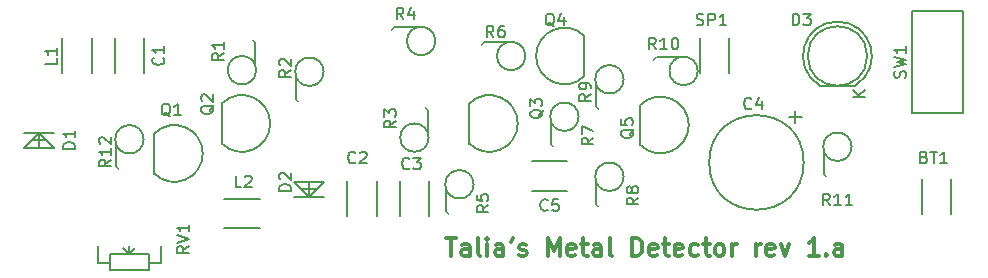
<source format=gto>
G04 #@! TF.FileFunction,Legend,Top*
%FSLAX46Y46*%
G04 Gerber Fmt 4.6, Leading zero omitted, Abs format (unit mm)*
G04 Created by KiCad (PCBNEW (2015-08-16 BZR 6097, Git b384c94)-product) date 11/15/2015 1:40:49 AM*
%MOMM*%
G01*
G04 APERTURE LIST*
%ADD10C,0.100000*%
%ADD11C,0.300000*%
%ADD12C,0.150000*%
G04 APERTURE END LIST*
D10*
D11*
X128395144Y-91634571D02*
X129252287Y-91634571D01*
X128823716Y-93134571D02*
X128823716Y-91634571D01*
X130395144Y-93134571D02*
X130395144Y-92348857D01*
X130323715Y-92206000D01*
X130180858Y-92134571D01*
X129895144Y-92134571D01*
X129752287Y-92206000D01*
X130395144Y-93063143D02*
X130252287Y-93134571D01*
X129895144Y-93134571D01*
X129752287Y-93063143D01*
X129680858Y-92920286D01*
X129680858Y-92777429D01*
X129752287Y-92634571D01*
X129895144Y-92563143D01*
X130252287Y-92563143D01*
X130395144Y-92491714D01*
X131323716Y-93134571D02*
X131180858Y-93063143D01*
X131109430Y-92920286D01*
X131109430Y-91634571D01*
X131895144Y-93134571D02*
X131895144Y-92134571D01*
X131895144Y-91634571D02*
X131823715Y-91706000D01*
X131895144Y-91777429D01*
X131966572Y-91706000D01*
X131895144Y-91634571D01*
X131895144Y-91777429D01*
X133252287Y-93134571D02*
X133252287Y-92348857D01*
X133180858Y-92206000D01*
X133038001Y-92134571D01*
X132752287Y-92134571D01*
X132609430Y-92206000D01*
X133252287Y-93063143D02*
X133109430Y-93134571D01*
X132752287Y-93134571D01*
X132609430Y-93063143D01*
X132538001Y-92920286D01*
X132538001Y-92777429D01*
X132609430Y-92634571D01*
X132752287Y-92563143D01*
X133109430Y-92563143D01*
X133252287Y-92491714D01*
X134038001Y-91634571D02*
X133895144Y-91920286D01*
X134609430Y-93063143D02*
X134752287Y-93134571D01*
X135038002Y-93134571D01*
X135180859Y-93063143D01*
X135252287Y-92920286D01*
X135252287Y-92848857D01*
X135180859Y-92706000D01*
X135038002Y-92634571D01*
X134823716Y-92634571D01*
X134680859Y-92563143D01*
X134609430Y-92420286D01*
X134609430Y-92348857D01*
X134680859Y-92206000D01*
X134823716Y-92134571D01*
X135038002Y-92134571D01*
X135180859Y-92206000D01*
X137038002Y-93134571D02*
X137038002Y-91634571D01*
X137538002Y-92706000D01*
X138038002Y-91634571D01*
X138038002Y-93134571D01*
X139323716Y-93063143D02*
X139180859Y-93134571D01*
X138895145Y-93134571D01*
X138752288Y-93063143D01*
X138680859Y-92920286D01*
X138680859Y-92348857D01*
X138752288Y-92206000D01*
X138895145Y-92134571D01*
X139180859Y-92134571D01*
X139323716Y-92206000D01*
X139395145Y-92348857D01*
X139395145Y-92491714D01*
X138680859Y-92634571D01*
X139823716Y-92134571D02*
X140395145Y-92134571D01*
X140038002Y-91634571D02*
X140038002Y-92920286D01*
X140109430Y-93063143D01*
X140252288Y-93134571D01*
X140395145Y-93134571D01*
X141538002Y-93134571D02*
X141538002Y-92348857D01*
X141466573Y-92206000D01*
X141323716Y-92134571D01*
X141038002Y-92134571D01*
X140895145Y-92206000D01*
X141538002Y-93063143D02*
X141395145Y-93134571D01*
X141038002Y-93134571D01*
X140895145Y-93063143D01*
X140823716Y-92920286D01*
X140823716Y-92777429D01*
X140895145Y-92634571D01*
X141038002Y-92563143D01*
X141395145Y-92563143D01*
X141538002Y-92491714D01*
X142466574Y-93134571D02*
X142323716Y-93063143D01*
X142252288Y-92920286D01*
X142252288Y-91634571D01*
X144180859Y-93134571D02*
X144180859Y-91634571D01*
X144538002Y-91634571D01*
X144752287Y-91706000D01*
X144895145Y-91848857D01*
X144966573Y-91991714D01*
X145038002Y-92277429D01*
X145038002Y-92491714D01*
X144966573Y-92777429D01*
X144895145Y-92920286D01*
X144752287Y-93063143D01*
X144538002Y-93134571D01*
X144180859Y-93134571D01*
X146252287Y-93063143D02*
X146109430Y-93134571D01*
X145823716Y-93134571D01*
X145680859Y-93063143D01*
X145609430Y-92920286D01*
X145609430Y-92348857D01*
X145680859Y-92206000D01*
X145823716Y-92134571D01*
X146109430Y-92134571D01*
X146252287Y-92206000D01*
X146323716Y-92348857D01*
X146323716Y-92491714D01*
X145609430Y-92634571D01*
X146752287Y-92134571D02*
X147323716Y-92134571D01*
X146966573Y-91634571D02*
X146966573Y-92920286D01*
X147038001Y-93063143D01*
X147180859Y-93134571D01*
X147323716Y-93134571D01*
X148395144Y-93063143D02*
X148252287Y-93134571D01*
X147966573Y-93134571D01*
X147823716Y-93063143D01*
X147752287Y-92920286D01*
X147752287Y-92348857D01*
X147823716Y-92206000D01*
X147966573Y-92134571D01*
X148252287Y-92134571D01*
X148395144Y-92206000D01*
X148466573Y-92348857D01*
X148466573Y-92491714D01*
X147752287Y-92634571D01*
X149752287Y-93063143D02*
X149609430Y-93134571D01*
X149323716Y-93134571D01*
X149180858Y-93063143D01*
X149109430Y-92991714D01*
X149038001Y-92848857D01*
X149038001Y-92420286D01*
X149109430Y-92277429D01*
X149180858Y-92206000D01*
X149323716Y-92134571D01*
X149609430Y-92134571D01*
X149752287Y-92206000D01*
X150180858Y-92134571D02*
X150752287Y-92134571D01*
X150395144Y-91634571D02*
X150395144Y-92920286D01*
X150466572Y-93063143D01*
X150609430Y-93134571D01*
X150752287Y-93134571D01*
X151466573Y-93134571D02*
X151323715Y-93063143D01*
X151252287Y-92991714D01*
X151180858Y-92848857D01*
X151180858Y-92420286D01*
X151252287Y-92277429D01*
X151323715Y-92206000D01*
X151466573Y-92134571D01*
X151680858Y-92134571D01*
X151823715Y-92206000D01*
X151895144Y-92277429D01*
X151966573Y-92420286D01*
X151966573Y-92848857D01*
X151895144Y-92991714D01*
X151823715Y-93063143D01*
X151680858Y-93134571D01*
X151466573Y-93134571D01*
X152609430Y-93134571D02*
X152609430Y-92134571D01*
X152609430Y-92420286D02*
X152680858Y-92277429D01*
X152752287Y-92206000D01*
X152895144Y-92134571D01*
X153038001Y-92134571D01*
X154680858Y-93134571D02*
X154680858Y-92134571D01*
X154680858Y-92420286D02*
X154752286Y-92277429D01*
X154823715Y-92206000D01*
X154966572Y-92134571D01*
X155109429Y-92134571D01*
X156180857Y-93063143D02*
X156038000Y-93134571D01*
X155752286Y-93134571D01*
X155609429Y-93063143D01*
X155538000Y-92920286D01*
X155538000Y-92348857D01*
X155609429Y-92206000D01*
X155752286Y-92134571D01*
X156038000Y-92134571D01*
X156180857Y-92206000D01*
X156252286Y-92348857D01*
X156252286Y-92491714D01*
X155538000Y-92634571D01*
X156752286Y-92134571D02*
X157109429Y-93134571D01*
X157466571Y-92134571D01*
X159966571Y-93134571D02*
X159109428Y-93134571D01*
X159538000Y-93134571D02*
X159538000Y-91634571D01*
X159395143Y-91848857D01*
X159252285Y-91991714D01*
X159109428Y-92063143D01*
X160609428Y-92991714D02*
X160680856Y-93063143D01*
X160609428Y-93134571D01*
X160537999Y-93063143D01*
X160609428Y-92991714D01*
X160609428Y-93134571D01*
X161966571Y-93134571D02*
X161966571Y-92348857D01*
X161895142Y-92206000D01*
X161752285Y-92134571D01*
X161466571Y-92134571D01*
X161323714Y-92206000D01*
X161966571Y-93063143D02*
X161823714Y-93134571D01*
X161466571Y-93134571D01*
X161323714Y-93063143D01*
X161252285Y-92920286D01*
X161252285Y-92777429D01*
X161323714Y-92634571D01*
X161466571Y-92563143D01*
X161823714Y-92563143D01*
X161966571Y-92491714D01*
D12*
X171176000Y-86618000D02*
X171176000Y-89618000D01*
X168676000Y-89618000D02*
X168676000Y-86618000D01*
X102850000Y-74680000D02*
X102850000Y-77680000D01*
X100350000Y-77680000D02*
X100350000Y-74680000D01*
X122535000Y-86745000D02*
X122535000Y-89745000D01*
X120035000Y-89745000D02*
X120035000Y-86745000D01*
X126980000Y-86745000D02*
X126980000Y-89745000D01*
X124480000Y-89745000D02*
X124480000Y-86745000D01*
X138680000Y-87610000D02*
X135680000Y-87610000D01*
X135680000Y-85110000D02*
X138680000Y-85110000D01*
X163068904Y-78684888D02*
G75*
G03X160044000Y-78700000I-1524904J2484888D01*
G01*
X163044000Y-78700000D02*
X160044000Y-78700000D01*
X164061936Y-76200000D02*
G75*
G03X164061936Y-76200000I-2517936J0D01*
G01*
X98405000Y-74680000D02*
X98405000Y-77680000D01*
X95905000Y-77680000D02*
X95905000Y-74680000D01*
X112645000Y-90785000D02*
X109645000Y-90785000D01*
X109645000Y-88285000D02*
X112645000Y-88285000D01*
X112268000Y-75107800D02*
X112268000Y-77063600D01*
X112268000Y-75082400D02*
G75*
G03X112064800Y-74879200I-203200J0D01*
G01*
X112325000Y-77400000D02*
G75*
G03X112325000Y-77400000I-1200000J0D01*
G01*
X115697000Y-79832200D02*
X115697000Y-77876400D01*
X115697000Y-79857600D02*
G75*
G03X115900200Y-80060800I203200J0D01*
G01*
X118040000Y-77540000D02*
G75*
G03X118040000Y-77540000I-1200000J0D01*
G01*
X126873000Y-80822800D02*
X126873000Y-82778600D01*
X126873000Y-80797400D02*
G75*
G03X126669800Y-80594200I-203200J0D01*
G01*
X126930000Y-83115000D02*
G75*
G03X126930000Y-83115000I-1200000J0D01*
G01*
X124002800Y-73787000D02*
X125958600Y-73787000D01*
X123977400Y-73787000D02*
G75*
G03X123774200Y-73990200I0J-203200D01*
G01*
X127495000Y-74930000D02*
G75*
G03X127495000Y-74930000I-1200000J0D01*
G01*
X128397000Y-89357200D02*
X128397000Y-87401400D01*
X128397000Y-89382600D02*
G75*
G03X128600200Y-89585800I203200J0D01*
G01*
X130740000Y-87065000D02*
G75*
G03X130740000Y-87065000I-1200000J0D01*
G01*
X131622800Y-75057000D02*
X133578600Y-75057000D01*
X131597400Y-75057000D02*
G75*
G03X131394200Y-75260200I0J-203200D01*
G01*
X135115000Y-76200000D02*
G75*
G03X135115000Y-76200000I-1200000J0D01*
G01*
X137287000Y-83642200D02*
X137287000Y-81686400D01*
X137287000Y-83667600D02*
G75*
G03X137490200Y-83870800I203200J0D01*
G01*
X139630000Y-81350000D02*
G75*
G03X139630000Y-81350000I-1200000J0D01*
G01*
X141097000Y-88722200D02*
X141097000Y-86766400D01*
X141097000Y-88747600D02*
G75*
G03X141300200Y-88950800I203200J0D01*
G01*
X143440000Y-86430000D02*
G75*
G03X143440000Y-86430000I-1200000J0D01*
G01*
X141097000Y-80467200D02*
X141097000Y-78511400D01*
X141097000Y-80492600D02*
G75*
G03X141300200Y-80695800I203200J0D01*
G01*
X143440000Y-78175000D02*
G75*
G03X143440000Y-78175000I-1200000J0D01*
G01*
X160401000Y-86182200D02*
X160401000Y-84226400D01*
X160401000Y-86207600D02*
G75*
G03X160604200Y-86410800I203200J0D01*
G01*
X162744000Y-83890000D02*
G75*
G03X162744000Y-83890000I-1200000J0D01*
G01*
X100457000Y-85547200D02*
X100457000Y-83591400D01*
X100457000Y-85572600D02*
G75*
G03X100660200Y-85775800I203200J0D01*
G01*
X102800000Y-83255000D02*
G75*
G03X102800000Y-83255000I-1200000J0D01*
G01*
X99949000Y-93726000D02*
X98933000Y-93726000D01*
X98933000Y-93726000D02*
X98933000Y-92329000D01*
X103251000Y-93726000D02*
X104267000Y-93726000D01*
X104267000Y-93726000D02*
X104267000Y-92329000D01*
X101600000Y-92964000D02*
X101600000Y-92329000D01*
X101600000Y-92964000D02*
X101092000Y-92456000D01*
X101600000Y-92964000D02*
X102108000Y-92456000D01*
X103251000Y-92964000D02*
X103251000Y-94361000D01*
X103251000Y-94361000D02*
X99949000Y-94361000D01*
X99949000Y-94361000D02*
X99949000Y-92964000D01*
X99949000Y-92964000D02*
X103251000Y-92964000D01*
X152380000Y-74680000D02*
X152380000Y-77680000D01*
X149880000Y-77680000D02*
X149880000Y-74680000D01*
X167894000Y-72390000D02*
X172212000Y-72390000D01*
X167894000Y-72390000D02*
X167894000Y-81026000D01*
X167894000Y-81026000D02*
X172212000Y-81026000D01*
X172212000Y-81026000D02*
X172212000Y-72390000D01*
X103710000Y-82755000D02*
X103710000Y-86155000D01*
X103712944Y-82757944D02*
G75*
G02X107810000Y-84455000I1697056J-1697056D01*
G01*
X103712944Y-86152056D02*
G75*
G03X107810000Y-84455000I1697056J1697056D01*
G01*
X109425000Y-80215000D02*
X109425000Y-83615000D01*
X109427944Y-80217944D02*
G75*
G02X113525000Y-81915000I1697056J-1697056D01*
G01*
X109427944Y-83612056D02*
G75*
G03X113525000Y-81915000I1697056J1697056D01*
G01*
X130380000Y-80215000D02*
X130380000Y-83615000D01*
X130382944Y-80217944D02*
G75*
G02X134480000Y-81915000I1697056J-1697056D01*
G01*
X130382944Y-83612056D02*
G75*
G03X134480000Y-81915000I1697056J1697056D01*
G01*
X140130000Y-77900000D02*
X140130000Y-74500000D01*
X140127056Y-77897056D02*
G75*
G02X136030000Y-76200000I-1697056J1697056D01*
G01*
X140127056Y-74502944D02*
G75*
G03X136030000Y-76200000I-1697056J-1697056D01*
G01*
X144858000Y-80342000D02*
X144858000Y-83742000D01*
X144860944Y-80344944D02*
G75*
G02X148958000Y-82042000I1697056J-1697056D01*
G01*
X144860944Y-83739056D02*
G75*
G03X148958000Y-82042000I1697056J1697056D01*
G01*
X93980000Y-82705000D02*
X93980000Y-83975000D01*
X94615000Y-83340000D02*
X93345000Y-83340000D01*
X93980000Y-82705000D02*
X95250000Y-83975000D01*
X95250000Y-83975000D02*
X92710000Y-83975000D01*
X92710000Y-83975000D02*
X93980000Y-82705000D01*
X95250000Y-82705000D02*
X92710000Y-82705000D01*
X116840000Y-88110000D02*
X116840000Y-86840000D01*
X116205000Y-87475000D02*
X117475000Y-87475000D01*
X116840000Y-88110000D02*
X115570000Y-86840000D01*
X115570000Y-86840000D02*
X118110000Y-86840000D01*
X118110000Y-86840000D02*
X116840000Y-88110000D01*
X115570000Y-88110000D02*
X118110000Y-88110000D01*
X157980380Y-80876140D02*
X157980380Y-81902300D01*
X158531560Y-81401920D02*
X157480000Y-81401920D01*
X158686500Y-85217000D02*
G75*
G03X158686500Y-85217000I-4000500J0D01*
G01*
X146227800Y-76327000D02*
X148183600Y-76327000D01*
X146202400Y-76327000D02*
G75*
G03X145999200Y-76530200I0J-203200D01*
G01*
X149720000Y-77470000D02*
G75*
G03X149720000Y-77470000I-1200000J0D01*
G01*
X168886286Y-84764571D02*
X169029143Y-84812190D01*
X169076762Y-84859810D01*
X169124381Y-84955048D01*
X169124381Y-85097905D01*
X169076762Y-85193143D01*
X169029143Y-85240762D01*
X168933905Y-85288381D01*
X168552952Y-85288381D01*
X168552952Y-84288381D01*
X168886286Y-84288381D01*
X168981524Y-84336000D01*
X169029143Y-84383619D01*
X169076762Y-84478857D01*
X169076762Y-84574095D01*
X169029143Y-84669333D01*
X168981524Y-84716952D01*
X168886286Y-84764571D01*
X168552952Y-84764571D01*
X169410095Y-84288381D02*
X169981524Y-84288381D01*
X169695809Y-85288381D02*
X169695809Y-84288381D01*
X170838667Y-85288381D02*
X170267238Y-85288381D01*
X170552952Y-85288381D02*
X170552952Y-84288381D01*
X170457714Y-84431238D01*
X170362476Y-84526476D01*
X170267238Y-84574095D01*
X104457143Y-76346666D02*
X104504762Y-76394285D01*
X104552381Y-76537142D01*
X104552381Y-76632380D01*
X104504762Y-76775238D01*
X104409524Y-76870476D01*
X104314286Y-76918095D01*
X104123810Y-76965714D01*
X103980952Y-76965714D01*
X103790476Y-76918095D01*
X103695238Y-76870476D01*
X103600000Y-76775238D01*
X103552381Y-76632380D01*
X103552381Y-76537142D01*
X103600000Y-76394285D01*
X103647619Y-76346666D01*
X104552381Y-75394285D02*
X104552381Y-75965714D01*
X104552381Y-75680000D02*
X103552381Y-75680000D01*
X103695238Y-75775238D01*
X103790476Y-75870476D01*
X103838095Y-75965714D01*
X120737334Y-85193143D02*
X120689715Y-85240762D01*
X120546858Y-85288381D01*
X120451620Y-85288381D01*
X120308762Y-85240762D01*
X120213524Y-85145524D01*
X120165905Y-85050286D01*
X120118286Y-84859810D01*
X120118286Y-84716952D01*
X120165905Y-84526476D01*
X120213524Y-84431238D01*
X120308762Y-84336000D01*
X120451620Y-84288381D01*
X120546858Y-84288381D01*
X120689715Y-84336000D01*
X120737334Y-84383619D01*
X121118286Y-84383619D02*
X121165905Y-84336000D01*
X121261143Y-84288381D01*
X121499239Y-84288381D01*
X121594477Y-84336000D01*
X121642096Y-84383619D01*
X121689715Y-84478857D01*
X121689715Y-84574095D01*
X121642096Y-84716952D01*
X121070667Y-85288381D01*
X121689715Y-85288381D01*
X125309334Y-85701143D02*
X125261715Y-85748762D01*
X125118858Y-85796381D01*
X125023620Y-85796381D01*
X124880762Y-85748762D01*
X124785524Y-85653524D01*
X124737905Y-85558286D01*
X124690286Y-85367810D01*
X124690286Y-85224952D01*
X124737905Y-85034476D01*
X124785524Y-84939238D01*
X124880762Y-84844000D01*
X125023620Y-84796381D01*
X125118858Y-84796381D01*
X125261715Y-84844000D01*
X125309334Y-84891619D01*
X125642667Y-84796381D02*
X126261715Y-84796381D01*
X125928381Y-85177333D01*
X126071239Y-85177333D01*
X126166477Y-85224952D01*
X126214096Y-85272571D01*
X126261715Y-85367810D01*
X126261715Y-85605905D01*
X126214096Y-85701143D01*
X126166477Y-85748762D01*
X126071239Y-85796381D01*
X125785524Y-85796381D01*
X125690286Y-85748762D01*
X125642667Y-85701143D01*
X137013334Y-89217143D02*
X136965715Y-89264762D01*
X136822858Y-89312381D01*
X136727620Y-89312381D01*
X136584762Y-89264762D01*
X136489524Y-89169524D01*
X136441905Y-89074286D01*
X136394286Y-88883810D01*
X136394286Y-88740952D01*
X136441905Y-88550476D01*
X136489524Y-88455238D01*
X136584762Y-88360000D01*
X136727620Y-88312381D01*
X136822858Y-88312381D01*
X136965715Y-88360000D01*
X137013334Y-88407619D01*
X137918096Y-88312381D02*
X137441905Y-88312381D01*
X137394286Y-88788571D01*
X137441905Y-88740952D01*
X137537143Y-88693333D01*
X137775239Y-88693333D01*
X137870477Y-88740952D01*
X137918096Y-88788571D01*
X137965715Y-88883810D01*
X137965715Y-89121905D01*
X137918096Y-89217143D01*
X137870477Y-89264762D01*
X137775239Y-89312381D01*
X137537143Y-89312381D01*
X137441905Y-89264762D01*
X137394286Y-89217143D01*
X157757905Y-73604381D02*
X157757905Y-72604381D01*
X157996000Y-72604381D01*
X158138858Y-72652000D01*
X158234096Y-72747238D01*
X158281715Y-72842476D01*
X158329334Y-73032952D01*
X158329334Y-73175810D01*
X158281715Y-73366286D01*
X158234096Y-73461524D01*
X158138858Y-73556762D01*
X157996000Y-73604381D01*
X157757905Y-73604381D01*
X158662667Y-72604381D02*
X159281715Y-72604381D01*
X158948381Y-72985333D01*
X159091239Y-72985333D01*
X159186477Y-73032952D01*
X159234096Y-73080571D01*
X159281715Y-73175810D01*
X159281715Y-73413905D01*
X159234096Y-73509143D01*
X159186477Y-73556762D01*
X159091239Y-73604381D01*
X158805524Y-73604381D01*
X158710286Y-73556762D01*
X158662667Y-73509143D01*
X163901381Y-79636905D02*
X162901381Y-79636905D01*
X163901381Y-79065476D02*
X163329952Y-79494048D01*
X162901381Y-79065476D02*
X163472810Y-79636905D01*
X95448381Y-76366666D02*
X95448381Y-76842857D01*
X94448381Y-76842857D01*
X95448381Y-75509523D02*
X95448381Y-76080952D01*
X95448381Y-75795238D02*
X94448381Y-75795238D01*
X94591238Y-75890476D01*
X94686476Y-75985714D01*
X94734095Y-76080952D01*
X111085334Y-87320381D02*
X110609143Y-87320381D01*
X110609143Y-86320381D01*
X111371048Y-86415619D02*
X111418667Y-86368000D01*
X111513905Y-86320381D01*
X111752001Y-86320381D01*
X111847239Y-86368000D01*
X111894858Y-86415619D01*
X111942477Y-86510857D01*
X111942477Y-86606095D01*
X111894858Y-86748952D01*
X111323429Y-87320381D01*
X111942477Y-87320381D01*
X109570781Y-75960266D02*
X109094590Y-76293600D01*
X109570781Y-76531695D02*
X108570781Y-76531695D01*
X108570781Y-76150742D01*
X108618400Y-76055504D01*
X108666019Y-76007885D01*
X108761257Y-75960266D01*
X108904114Y-75960266D01*
X108999352Y-76007885D01*
X109046971Y-76055504D01*
X109094590Y-76150742D01*
X109094590Y-76531695D01*
X109570781Y-75007885D02*
X109570781Y-75579314D01*
X109570781Y-75293600D02*
X108570781Y-75293600D01*
X108713638Y-75388838D01*
X108808876Y-75484076D01*
X108856495Y-75579314D01*
X115260381Y-77382666D02*
X114784190Y-77716000D01*
X115260381Y-77954095D02*
X114260381Y-77954095D01*
X114260381Y-77573142D01*
X114308000Y-77477904D01*
X114355619Y-77430285D01*
X114450857Y-77382666D01*
X114593714Y-77382666D01*
X114688952Y-77430285D01*
X114736571Y-77477904D01*
X114784190Y-77573142D01*
X114784190Y-77954095D01*
X114355619Y-77001714D02*
X114308000Y-76954095D01*
X114260381Y-76858857D01*
X114260381Y-76620761D01*
X114308000Y-76525523D01*
X114355619Y-76477904D01*
X114450857Y-76430285D01*
X114546095Y-76430285D01*
X114688952Y-76477904D01*
X115260381Y-77049333D01*
X115260381Y-76430285D01*
X124175781Y-81675266D02*
X123699590Y-82008600D01*
X124175781Y-82246695D02*
X123175781Y-82246695D01*
X123175781Y-81865742D01*
X123223400Y-81770504D01*
X123271019Y-81722885D01*
X123366257Y-81675266D01*
X123509114Y-81675266D01*
X123604352Y-81722885D01*
X123651971Y-81770504D01*
X123699590Y-81865742D01*
X123699590Y-82246695D01*
X123175781Y-81341933D02*
X123175781Y-80722885D01*
X123556733Y-81056219D01*
X123556733Y-80913361D01*
X123604352Y-80818123D01*
X123651971Y-80770504D01*
X123747210Y-80722885D01*
X123985305Y-80722885D01*
X124080543Y-80770504D01*
X124128162Y-80818123D01*
X124175781Y-80913361D01*
X124175781Y-81199076D01*
X124128162Y-81294314D01*
X124080543Y-81341933D01*
X124801334Y-73096381D02*
X124468000Y-72620190D01*
X124229905Y-73096381D02*
X124229905Y-72096381D01*
X124610858Y-72096381D01*
X124706096Y-72144000D01*
X124753715Y-72191619D01*
X124801334Y-72286857D01*
X124801334Y-72429714D01*
X124753715Y-72524952D01*
X124706096Y-72572571D01*
X124610858Y-72620190D01*
X124229905Y-72620190D01*
X125658477Y-72429714D02*
X125658477Y-73096381D01*
X125420381Y-72048762D02*
X125182286Y-72763048D01*
X125801334Y-72763048D01*
X131998981Y-88838066D02*
X131522790Y-89171400D01*
X131998981Y-89409495D02*
X130998981Y-89409495D01*
X130998981Y-89028542D01*
X131046600Y-88933304D01*
X131094219Y-88885685D01*
X131189457Y-88838066D01*
X131332314Y-88838066D01*
X131427552Y-88885685D01*
X131475171Y-88933304D01*
X131522790Y-89028542D01*
X131522790Y-89409495D01*
X130998981Y-87933304D02*
X130998981Y-88409495D01*
X131475171Y-88457114D01*
X131427552Y-88409495D01*
X131379933Y-88314257D01*
X131379933Y-88076161D01*
X131427552Y-87980923D01*
X131475171Y-87933304D01*
X131570410Y-87885685D01*
X131808505Y-87885685D01*
X131903743Y-87933304D01*
X131951362Y-87980923D01*
X131998981Y-88076161D01*
X131998981Y-88314257D01*
X131951362Y-88409495D01*
X131903743Y-88457114D01*
X132421334Y-74620381D02*
X132088000Y-74144190D01*
X131849905Y-74620381D02*
X131849905Y-73620381D01*
X132230858Y-73620381D01*
X132326096Y-73668000D01*
X132373715Y-73715619D01*
X132421334Y-73810857D01*
X132421334Y-73953714D01*
X132373715Y-74048952D01*
X132326096Y-74096571D01*
X132230858Y-74144190D01*
X131849905Y-74144190D01*
X133278477Y-73620381D02*
X133088000Y-73620381D01*
X132992762Y-73668000D01*
X132945143Y-73715619D01*
X132849905Y-73858476D01*
X132802286Y-74048952D01*
X132802286Y-74429905D01*
X132849905Y-74525143D01*
X132897524Y-74572762D01*
X132992762Y-74620381D01*
X133183239Y-74620381D01*
X133278477Y-74572762D01*
X133326096Y-74525143D01*
X133373715Y-74429905D01*
X133373715Y-74191810D01*
X133326096Y-74096571D01*
X133278477Y-74048952D01*
X133183239Y-74001333D01*
X132992762Y-74001333D01*
X132897524Y-74048952D01*
X132849905Y-74096571D01*
X132802286Y-74191810D01*
X140888981Y-83123066D02*
X140412790Y-83456400D01*
X140888981Y-83694495D02*
X139888981Y-83694495D01*
X139888981Y-83313542D01*
X139936600Y-83218304D01*
X139984219Y-83170685D01*
X140079457Y-83123066D01*
X140222314Y-83123066D01*
X140317552Y-83170685D01*
X140365171Y-83218304D01*
X140412790Y-83313542D01*
X140412790Y-83694495D01*
X139888981Y-82789733D02*
X139888981Y-82123066D01*
X140888981Y-82551638D01*
X144698981Y-88203066D02*
X144222790Y-88536400D01*
X144698981Y-88774495D02*
X143698981Y-88774495D01*
X143698981Y-88393542D01*
X143746600Y-88298304D01*
X143794219Y-88250685D01*
X143889457Y-88203066D01*
X144032314Y-88203066D01*
X144127552Y-88250685D01*
X144175171Y-88298304D01*
X144222790Y-88393542D01*
X144222790Y-88774495D01*
X144127552Y-87631638D02*
X144079933Y-87726876D01*
X144032314Y-87774495D01*
X143937076Y-87822114D01*
X143889457Y-87822114D01*
X143794219Y-87774495D01*
X143746600Y-87726876D01*
X143698981Y-87631638D01*
X143698981Y-87441161D01*
X143746600Y-87345923D01*
X143794219Y-87298304D01*
X143889457Y-87250685D01*
X143937076Y-87250685D01*
X144032314Y-87298304D01*
X144079933Y-87345923D01*
X144127552Y-87441161D01*
X144127552Y-87631638D01*
X144175171Y-87726876D01*
X144222790Y-87774495D01*
X144318029Y-87822114D01*
X144508505Y-87822114D01*
X144603743Y-87774495D01*
X144651362Y-87726876D01*
X144698981Y-87631638D01*
X144698981Y-87441161D01*
X144651362Y-87345923D01*
X144603743Y-87298304D01*
X144508505Y-87250685D01*
X144318029Y-87250685D01*
X144222790Y-87298304D01*
X144175171Y-87345923D01*
X144127552Y-87441161D01*
X140660381Y-79414666D02*
X140184190Y-79748000D01*
X140660381Y-79986095D02*
X139660381Y-79986095D01*
X139660381Y-79605142D01*
X139708000Y-79509904D01*
X139755619Y-79462285D01*
X139850857Y-79414666D01*
X139993714Y-79414666D01*
X140088952Y-79462285D01*
X140136571Y-79509904D01*
X140184190Y-79605142D01*
X140184190Y-79986095D01*
X140660381Y-78938476D02*
X140660381Y-78748000D01*
X140612762Y-78652761D01*
X140565143Y-78605142D01*
X140422286Y-78509904D01*
X140231810Y-78462285D01*
X139850857Y-78462285D01*
X139755619Y-78509904D01*
X139708000Y-78557523D01*
X139660381Y-78652761D01*
X139660381Y-78843238D01*
X139708000Y-78938476D01*
X139755619Y-78986095D01*
X139850857Y-79033714D01*
X140088952Y-79033714D01*
X140184190Y-78986095D01*
X140231810Y-78938476D01*
X140279429Y-78843238D01*
X140279429Y-78652761D01*
X140231810Y-78557523D01*
X140184190Y-78509904D01*
X140088952Y-78462285D01*
X160901143Y-88844381D02*
X160567809Y-88368190D01*
X160329714Y-88844381D02*
X160329714Y-87844381D01*
X160710667Y-87844381D01*
X160805905Y-87892000D01*
X160853524Y-87939619D01*
X160901143Y-88034857D01*
X160901143Y-88177714D01*
X160853524Y-88272952D01*
X160805905Y-88320571D01*
X160710667Y-88368190D01*
X160329714Y-88368190D01*
X161853524Y-88844381D02*
X161282095Y-88844381D01*
X161567809Y-88844381D02*
X161567809Y-87844381D01*
X161472571Y-87987238D01*
X161377333Y-88082476D01*
X161282095Y-88130095D01*
X162805905Y-88844381D02*
X162234476Y-88844381D01*
X162520190Y-88844381D02*
X162520190Y-87844381D01*
X162424952Y-87987238D01*
X162329714Y-88082476D01*
X162234476Y-88130095D01*
X100020381Y-84970857D02*
X99544190Y-85304191D01*
X100020381Y-85542286D02*
X99020381Y-85542286D01*
X99020381Y-85161333D01*
X99068000Y-85066095D01*
X99115619Y-85018476D01*
X99210857Y-84970857D01*
X99353714Y-84970857D01*
X99448952Y-85018476D01*
X99496571Y-85066095D01*
X99544190Y-85161333D01*
X99544190Y-85542286D01*
X100020381Y-84018476D02*
X100020381Y-84589905D01*
X100020381Y-84304191D02*
X99020381Y-84304191D01*
X99163238Y-84399429D01*
X99258476Y-84494667D01*
X99306095Y-84589905D01*
X99115619Y-83637524D02*
X99068000Y-83589905D01*
X99020381Y-83494667D01*
X99020381Y-83256571D01*
X99068000Y-83161333D01*
X99115619Y-83113714D01*
X99210857Y-83066095D01*
X99306095Y-83066095D01*
X99448952Y-83113714D01*
X100020381Y-83685143D01*
X100020381Y-83066095D01*
X106624381Y-92289238D02*
X106148190Y-92622572D01*
X106624381Y-92860667D02*
X105624381Y-92860667D01*
X105624381Y-92479714D01*
X105672000Y-92384476D01*
X105719619Y-92336857D01*
X105814857Y-92289238D01*
X105957714Y-92289238D01*
X106052952Y-92336857D01*
X106100571Y-92384476D01*
X106148190Y-92479714D01*
X106148190Y-92860667D01*
X105624381Y-92003524D02*
X106624381Y-91670191D01*
X105624381Y-91336857D01*
X106624381Y-90479714D02*
X106624381Y-91051143D01*
X106624381Y-90765429D02*
X105624381Y-90765429D01*
X105767238Y-90860667D01*
X105862476Y-90955905D01*
X105910095Y-91051143D01*
X149614095Y-73556762D02*
X149756952Y-73604381D01*
X149995048Y-73604381D01*
X150090286Y-73556762D01*
X150137905Y-73509143D01*
X150185524Y-73413905D01*
X150185524Y-73318667D01*
X150137905Y-73223429D01*
X150090286Y-73175810D01*
X149995048Y-73128190D01*
X149804571Y-73080571D01*
X149709333Y-73032952D01*
X149661714Y-72985333D01*
X149614095Y-72890095D01*
X149614095Y-72794857D01*
X149661714Y-72699619D01*
X149709333Y-72652000D01*
X149804571Y-72604381D01*
X150042667Y-72604381D01*
X150185524Y-72652000D01*
X150614095Y-73604381D02*
X150614095Y-72604381D01*
X150995048Y-72604381D01*
X151090286Y-72652000D01*
X151137905Y-72699619D01*
X151185524Y-72794857D01*
X151185524Y-72937714D01*
X151137905Y-73032952D01*
X151090286Y-73080571D01*
X150995048Y-73128190D01*
X150614095Y-73128190D01*
X152137905Y-73604381D02*
X151566476Y-73604381D01*
X151852190Y-73604381D02*
X151852190Y-72604381D01*
X151756952Y-72747238D01*
X151661714Y-72842476D01*
X151566476Y-72890095D01*
X167282762Y-78041333D02*
X167330381Y-77898476D01*
X167330381Y-77660380D01*
X167282762Y-77565142D01*
X167235143Y-77517523D01*
X167139905Y-77469904D01*
X167044667Y-77469904D01*
X166949429Y-77517523D01*
X166901810Y-77565142D01*
X166854190Y-77660380D01*
X166806571Y-77850857D01*
X166758952Y-77946095D01*
X166711333Y-77993714D01*
X166616095Y-78041333D01*
X166520857Y-78041333D01*
X166425619Y-77993714D01*
X166378000Y-77946095D01*
X166330381Y-77850857D01*
X166330381Y-77612761D01*
X166378000Y-77469904D01*
X166330381Y-77136571D02*
X167330381Y-76898476D01*
X166616095Y-76707999D01*
X167330381Y-76517523D01*
X166330381Y-76279428D01*
X167330381Y-75374666D02*
X167330381Y-75946095D01*
X167330381Y-75660381D02*
X166330381Y-75660381D01*
X166473238Y-75755619D01*
X166568476Y-75850857D01*
X166616095Y-75946095D01*
X105060762Y-81319619D02*
X104965524Y-81272000D01*
X104870286Y-81176762D01*
X104727429Y-81033905D01*
X104632190Y-80986286D01*
X104536952Y-80986286D01*
X104584571Y-81224381D02*
X104489333Y-81176762D01*
X104394095Y-81081524D01*
X104346476Y-80891048D01*
X104346476Y-80557714D01*
X104394095Y-80367238D01*
X104489333Y-80272000D01*
X104584571Y-80224381D01*
X104775048Y-80224381D01*
X104870286Y-80272000D01*
X104965524Y-80367238D01*
X105013143Y-80557714D01*
X105013143Y-80891048D01*
X104965524Y-81081524D01*
X104870286Y-81176762D01*
X104775048Y-81224381D01*
X104584571Y-81224381D01*
X105965524Y-81224381D02*
X105394095Y-81224381D01*
X105679809Y-81224381D02*
X105679809Y-80224381D01*
X105584571Y-80367238D01*
X105489333Y-80462476D01*
X105394095Y-80510095D01*
X108751619Y-80359238D02*
X108704000Y-80454476D01*
X108608762Y-80549714D01*
X108465905Y-80692571D01*
X108418286Y-80787810D01*
X108418286Y-80883048D01*
X108656381Y-80835429D02*
X108608762Y-80930667D01*
X108513524Y-81025905D01*
X108323048Y-81073524D01*
X107989714Y-81073524D01*
X107799238Y-81025905D01*
X107704000Y-80930667D01*
X107656381Y-80835429D01*
X107656381Y-80644952D01*
X107704000Y-80549714D01*
X107799238Y-80454476D01*
X107989714Y-80406857D01*
X108323048Y-80406857D01*
X108513524Y-80454476D01*
X108608762Y-80549714D01*
X108656381Y-80644952D01*
X108656381Y-80835429D01*
X107751619Y-80025905D02*
X107704000Y-79978286D01*
X107656381Y-79883048D01*
X107656381Y-79644952D01*
X107704000Y-79549714D01*
X107751619Y-79502095D01*
X107846857Y-79454476D01*
X107942095Y-79454476D01*
X108084952Y-79502095D01*
X108656381Y-80073524D01*
X108656381Y-79454476D01*
X136627619Y-80740238D02*
X136580000Y-80835476D01*
X136484762Y-80930714D01*
X136341905Y-81073571D01*
X136294286Y-81168810D01*
X136294286Y-81264048D01*
X136532381Y-81216429D02*
X136484762Y-81311667D01*
X136389524Y-81406905D01*
X136199048Y-81454524D01*
X135865714Y-81454524D01*
X135675238Y-81406905D01*
X135580000Y-81311667D01*
X135532381Y-81216429D01*
X135532381Y-81025952D01*
X135580000Y-80930714D01*
X135675238Y-80835476D01*
X135865714Y-80787857D01*
X136199048Y-80787857D01*
X136389524Y-80835476D01*
X136484762Y-80930714D01*
X136532381Y-81025952D01*
X136532381Y-81216429D01*
X135532381Y-80454524D02*
X135532381Y-79835476D01*
X135913333Y-80168810D01*
X135913333Y-80025952D01*
X135960952Y-79930714D01*
X136008571Y-79883095D01*
X136103810Y-79835476D01*
X136341905Y-79835476D01*
X136437143Y-79883095D01*
X136484762Y-79930714D01*
X136532381Y-80025952D01*
X136532381Y-80311667D01*
X136484762Y-80406905D01*
X136437143Y-80454524D01*
X137572762Y-73699619D02*
X137477524Y-73652000D01*
X137382286Y-73556762D01*
X137239429Y-73413905D01*
X137144190Y-73366286D01*
X137048952Y-73366286D01*
X137096571Y-73604381D02*
X137001333Y-73556762D01*
X136906095Y-73461524D01*
X136858476Y-73271048D01*
X136858476Y-72937714D01*
X136906095Y-72747238D01*
X137001333Y-72652000D01*
X137096571Y-72604381D01*
X137287048Y-72604381D01*
X137382286Y-72652000D01*
X137477524Y-72747238D01*
X137525143Y-72937714D01*
X137525143Y-73271048D01*
X137477524Y-73461524D01*
X137382286Y-73556762D01*
X137287048Y-73604381D01*
X137096571Y-73604381D01*
X138382286Y-72937714D02*
X138382286Y-73604381D01*
X138144190Y-72556762D02*
X137906095Y-73271048D01*
X138525143Y-73271048D01*
X144311619Y-82391238D02*
X144264000Y-82486476D01*
X144168762Y-82581714D01*
X144025905Y-82724571D01*
X143978286Y-82819810D01*
X143978286Y-82915048D01*
X144216381Y-82867429D02*
X144168762Y-82962667D01*
X144073524Y-83057905D01*
X143883048Y-83105524D01*
X143549714Y-83105524D01*
X143359238Y-83057905D01*
X143264000Y-82962667D01*
X143216381Y-82867429D01*
X143216381Y-82676952D01*
X143264000Y-82581714D01*
X143359238Y-82486476D01*
X143549714Y-82438857D01*
X143883048Y-82438857D01*
X144073524Y-82486476D01*
X144168762Y-82581714D01*
X144216381Y-82676952D01*
X144216381Y-82867429D01*
X143216381Y-81534095D02*
X143216381Y-82010286D01*
X143692571Y-82057905D01*
X143644952Y-82010286D01*
X143597333Y-81915048D01*
X143597333Y-81676952D01*
X143644952Y-81581714D01*
X143692571Y-81534095D01*
X143787810Y-81486476D01*
X144025905Y-81486476D01*
X144121143Y-81534095D01*
X144168762Y-81581714D01*
X144216381Y-81676952D01*
X144216381Y-81915048D01*
X144168762Y-82010286D01*
X144121143Y-82057905D01*
X96972381Y-84050095D02*
X95972381Y-84050095D01*
X95972381Y-83812000D01*
X96020000Y-83669142D01*
X96115238Y-83573904D01*
X96210476Y-83526285D01*
X96400952Y-83478666D01*
X96543810Y-83478666D01*
X96734286Y-83526285D01*
X96829524Y-83573904D01*
X96924762Y-83669142D01*
X96972381Y-83812000D01*
X96972381Y-84050095D01*
X96972381Y-82526285D02*
X96972381Y-83097714D01*
X96972381Y-82812000D02*
X95972381Y-82812000D01*
X96115238Y-82907238D01*
X96210476Y-83002476D01*
X96258095Y-83097714D01*
X115260381Y-87606095D02*
X114260381Y-87606095D01*
X114260381Y-87368000D01*
X114308000Y-87225142D01*
X114403238Y-87129904D01*
X114498476Y-87082285D01*
X114688952Y-87034666D01*
X114831810Y-87034666D01*
X115022286Y-87082285D01*
X115117524Y-87129904D01*
X115212762Y-87225142D01*
X115260381Y-87368000D01*
X115260381Y-87606095D01*
X114355619Y-86653714D02*
X114308000Y-86606095D01*
X114260381Y-86510857D01*
X114260381Y-86272761D01*
X114308000Y-86177523D01*
X114355619Y-86129904D01*
X114450857Y-86082285D01*
X114546095Y-86082285D01*
X114688952Y-86129904D01*
X115260381Y-86701333D01*
X115260381Y-86082285D01*
X154265334Y-80621143D02*
X154217715Y-80668762D01*
X154074858Y-80716381D01*
X153979620Y-80716381D01*
X153836762Y-80668762D01*
X153741524Y-80573524D01*
X153693905Y-80478286D01*
X153646286Y-80287810D01*
X153646286Y-80144952D01*
X153693905Y-79954476D01*
X153741524Y-79859238D01*
X153836762Y-79764000D01*
X153979620Y-79716381D01*
X154074858Y-79716381D01*
X154217715Y-79764000D01*
X154265334Y-79811619D01*
X155122477Y-80049714D02*
X155122477Y-80716381D01*
X154884381Y-79668762D02*
X154646286Y-80383048D01*
X155265334Y-80383048D01*
X146169143Y-75636381D02*
X145835809Y-75160190D01*
X145597714Y-75636381D02*
X145597714Y-74636381D01*
X145978667Y-74636381D01*
X146073905Y-74684000D01*
X146121524Y-74731619D01*
X146169143Y-74826857D01*
X146169143Y-74969714D01*
X146121524Y-75064952D01*
X146073905Y-75112571D01*
X145978667Y-75160190D01*
X145597714Y-75160190D01*
X147121524Y-75636381D02*
X146550095Y-75636381D01*
X146835809Y-75636381D02*
X146835809Y-74636381D01*
X146740571Y-74779238D01*
X146645333Y-74874476D01*
X146550095Y-74922095D01*
X147740571Y-74636381D02*
X147835810Y-74636381D01*
X147931048Y-74684000D01*
X147978667Y-74731619D01*
X148026286Y-74826857D01*
X148073905Y-75017333D01*
X148073905Y-75255429D01*
X148026286Y-75445905D01*
X147978667Y-75541143D01*
X147931048Y-75588762D01*
X147835810Y-75636381D01*
X147740571Y-75636381D01*
X147645333Y-75588762D01*
X147597714Y-75541143D01*
X147550095Y-75445905D01*
X147502476Y-75255429D01*
X147502476Y-75017333D01*
X147550095Y-74826857D01*
X147597714Y-74731619D01*
X147645333Y-74684000D01*
X147740571Y-74636381D01*
M02*

</source>
